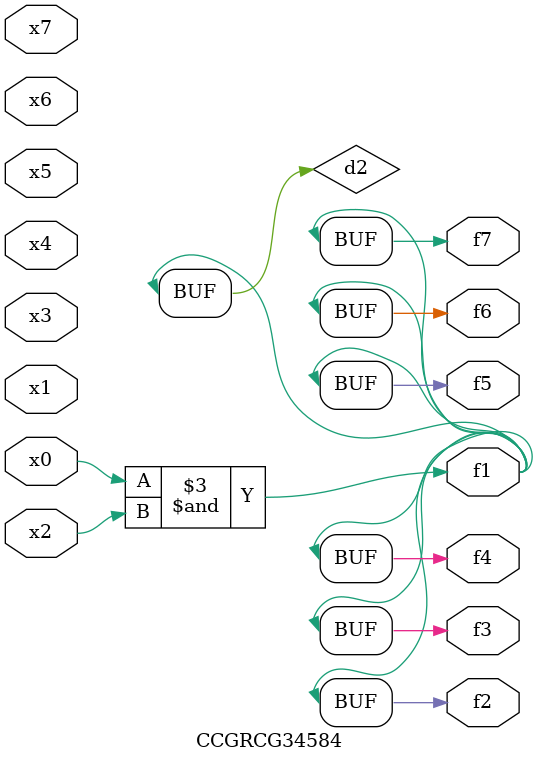
<source format=v>
module CCGRCG34584(
	input x0, x1, x2, x3, x4, x5, x6, x7,
	output f1, f2, f3, f4, f5, f6, f7
);

	wire d1, d2;

	nor (d1, x3, x6);
	and (d2, x0, x2);
	assign f1 = d2;
	assign f2 = d2;
	assign f3 = d2;
	assign f4 = d2;
	assign f5 = d2;
	assign f6 = d2;
	assign f7 = d2;
endmodule

</source>
